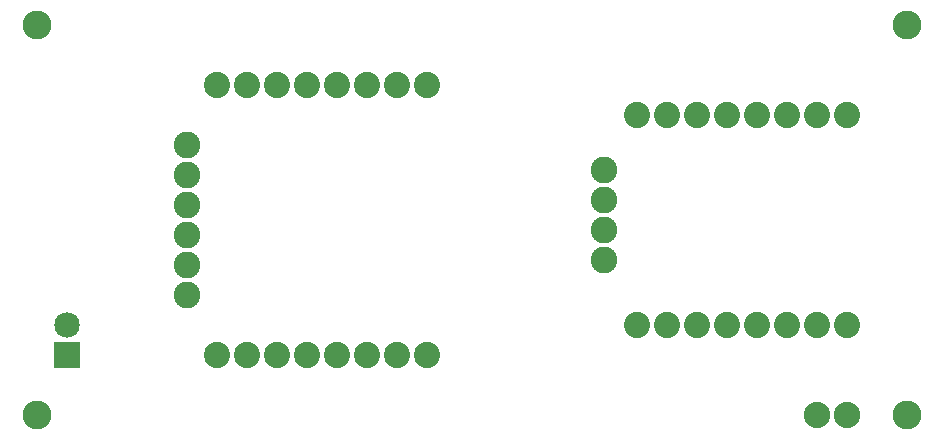
<source format=gts>
G04 MADE WITH FRITZING*
G04 WWW.FRITZING.ORG*
G04 DOUBLE SIDED*
G04 HOLES PLATED*
G04 CONTOUR ON CENTER OF CONTOUR VECTOR*
%ASAXBY*%
%FSLAX23Y23*%
%MOIN*%
%OFA0B0*%
%SFA1.0B1.0*%
%ADD10C,0.087701*%
%ADD11C,0.087778*%
%ADD12C,0.088861*%
%ADD13C,0.088833*%
%ADD14C,0.085000*%
%ADD15C,0.088000*%
%ADD16C,0.096614*%
%ADD17R,0.085000X0.085000*%
%LNMASK1*%
G90*
G70*
G54D10*
X2211Y510D03*
X2311Y510D03*
X2411Y510D03*
X2511Y510D03*
X2611Y510D03*
X2711Y510D03*
X2811Y510D03*
X2911Y510D03*
X2211Y1209D03*
X2311Y1209D03*
X2411Y1209D03*
X2511Y1209D03*
X2611Y1209D03*
X2711Y1209D03*
X2811Y1209D03*
X2911Y1209D03*
G54D11*
X1511Y1310D03*
X1411Y1310D03*
X1311Y1310D03*
X1211Y1310D03*
X1111Y1310D03*
X1011Y1310D03*
X911Y1310D03*
X811Y1310D03*
X811Y410D03*
X911Y410D03*
X1011Y410D03*
X1111Y410D03*
X1211Y410D03*
X1311Y410D03*
X1411Y410D03*
X1511Y410D03*
G54D12*
X711Y610D03*
X711Y710D03*
X711Y810D03*
X711Y910D03*
X711Y1010D03*
X711Y1110D03*
G54D13*
X2101Y726D03*
X2101Y826D03*
X2101Y926D03*
X2101Y1026D03*
G54D14*
X311Y410D03*
X311Y510D03*
G54D15*
X2811Y210D03*
X2911Y210D03*
G54D16*
X211Y1510D03*
X211Y210D03*
X3111Y210D03*
X3111Y1510D03*
G54D17*
X311Y410D03*
G04 End of Mask1*
M02*
</source>
